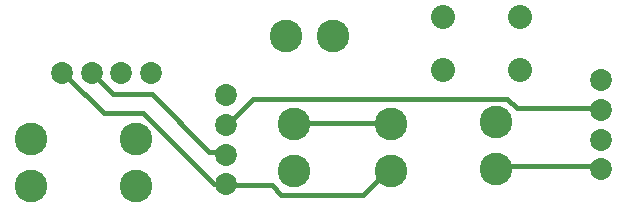
<source format=gbr>
G04 EAGLE Gerber RS-274X export*
G75*
%MOMM*%
%FSLAX34Y34*%
%LPD*%
%INBottom Copper*%
%IPPOS*%
%AMOC8*
5,1,8,0,0,1.08239X$1,22.5*%
G01*
G04 Define Apertures*
%ADD10C,1.856000*%
%ADD11C,2.766000*%
%ADD12C,2.032000*%
%ADD13C,0.457200*%
D10*
X254000Y25400D03*
X254000Y50400D03*
X254000Y75400D03*
X254000Y100400D03*
D11*
X393700Y36690D03*
X393700Y76290D03*
X311684Y36690D03*
X311684Y76290D03*
D10*
X114900Y119177D03*
X139900Y119177D03*
X164900Y119177D03*
X189900Y119177D03*
D11*
X482600Y38100D03*
X482600Y77700D03*
X177800Y63590D03*
X177800Y23990D03*
X88900Y23990D03*
X88900Y63590D03*
D10*
X571500Y38100D03*
X571500Y63100D03*
X571500Y88100D03*
X571500Y113100D03*
D11*
X344551Y150661D03*
X304951Y150661D03*
D12*
X437388Y166880D03*
X502412Y166880D03*
X437388Y121668D03*
X502412Y121668D03*
D13*
X483616Y40640D02*
X568960Y40640D01*
X571500Y38100D01*
X483616Y40640D02*
X482600Y38100D01*
X292608Y24384D02*
X256032Y24384D01*
X292608Y24384D02*
X300736Y16256D01*
X369824Y16256D01*
X390144Y36576D01*
X256032Y24384D02*
X254000Y25400D01*
X390144Y36576D02*
X393700Y36690D01*
X150368Y85344D02*
X117856Y117856D01*
X114900Y119177D01*
X243810Y25400D02*
X254000Y25400D01*
X243810Y25400D02*
X183866Y85344D01*
X150368Y85344D01*
X499872Y89408D02*
X568960Y89408D01*
X499872Y89408D02*
X491744Y97536D01*
X276352Y97536D01*
X256032Y77216D01*
X568960Y89408D02*
X571500Y88100D01*
X256032Y77216D02*
X254000Y75400D01*
X312928Y77216D02*
X390144Y77216D01*
X312928Y77216D02*
X311684Y76290D01*
X390144Y77216D02*
X393700Y76290D01*
X251968Y52832D02*
X239776Y52832D01*
X191008Y101600D01*
X158496Y101600D01*
X142240Y117856D01*
X251968Y52832D02*
X254000Y50400D01*
X142240Y117856D02*
X139900Y119177D01*
M02*

</source>
